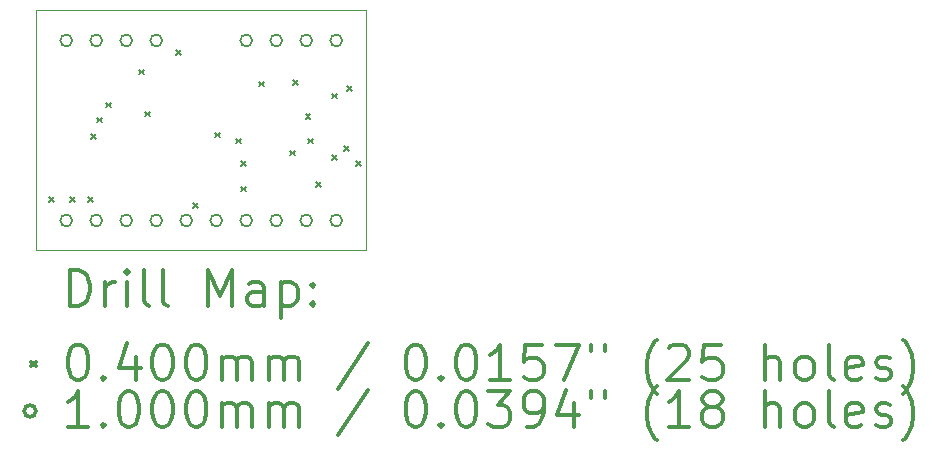
<source format=gbr>
%FSLAX45Y45*%
G04 Gerber Fmt 4.5, Leading zero omitted, Abs format (unit mm)*
G04 Created by KiCad (PCBNEW 5.1.10-88a1d61d58~88~ubuntu20.04.1) date 2021-06-12 08:27:31*
%MOMM*%
%LPD*%
G01*
G04 APERTURE LIST*
%TA.AperFunction,Profile*%
%ADD10C,0.050000*%
%TD*%
%ADD11C,0.200000*%
%ADD12C,0.300000*%
G04 APERTURE END LIST*
D10*
X7112000Y-6350000D02*
X9906000Y-6350000D01*
X7112000Y-4318000D02*
X7112000Y-6350000D01*
X9906000Y-4318000D02*
X7112000Y-4318000D01*
X9906000Y-6350000D02*
X9906000Y-4318000D01*
D11*
X7219000Y-5898200D02*
X7259000Y-5938200D01*
X7259000Y-5898200D02*
X7219000Y-5938200D01*
X7396800Y-5898200D02*
X7436800Y-5938200D01*
X7436800Y-5898200D02*
X7396800Y-5938200D01*
X7549200Y-5898200D02*
X7589200Y-5938200D01*
X7589200Y-5898200D02*
X7549200Y-5938200D01*
X7574600Y-5364800D02*
X7614600Y-5404800D01*
X7614600Y-5364800D02*
X7574600Y-5404800D01*
X7625399Y-5225101D02*
X7665399Y-5265101D01*
X7665399Y-5225101D02*
X7625399Y-5265101D01*
X7701600Y-5098100D02*
X7741600Y-5138100D01*
X7741600Y-5098100D02*
X7701600Y-5138100D01*
X7981000Y-4818700D02*
X8021000Y-4858700D01*
X8021000Y-4818700D02*
X7981000Y-4858700D01*
X8031800Y-5174300D02*
X8071800Y-5214300D01*
X8071800Y-5174300D02*
X8031800Y-5214300D01*
X8298500Y-4653600D02*
X8338500Y-4693600D01*
X8338500Y-4653600D02*
X8298500Y-4693600D01*
X8438200Y-5949000D02*
X8478200Y-5989000D01*
X8478200Y-5949000D02*
X8438200Y-5989000D01*
X8628700Y-5352100D02*
X8668700Y-5392100D01*
X8668700Y-5352100D02*
X8628700Y-5392100D01*
X8806500Y-5402900D02*
X8846500Y-5442900D01*
X8846500Y-5402900D02*
X8806500Y-5442900D01*
X8844600Y-5593400D02*
X8884600Y-5633400D01*
X8884600Y-5593400D02*
X8844600Y-5633400D01*
X8844600Y-5809300D02*
X8884600Y-5849300D01*
X8884600Y-5809300D02*
X8844600Y-5849300D01*
X8997000Y-4920300D02*
X9037000Y-4960300D01*
X9037000Y-4920300D02*
X8997000Y-4960300D01*
X9263700Y-5504500D02*
X9303700Y-5544500D01*
X9303700Y-5504500D02*
X9263700Y-5544500D01*
X9289100Y-4907600D02*
X9329100Y-4947600D01*
X9329100Y-4907600D02*
X9289100Y-4947600D01*
X9393300Y-5197100D02*
X9433300Y-5237100D01*
X9433300Y-5197100D02*
X9393300Y-5237100D01*
X9416100Y-5402900D02*
X9456100Y-5442900D01*
X9456100Y-5402900D02*
X9416100Y-5442900D01*
X9479600Y-5771200D02*
X9519600Y-5811200D01*
X9519600Y-5771200D02*
X9479600Y-5811200D01*
X9619300Y-5021900D02*
X9659300Y-5061900D01*
X9659300Y-5021900D02*
X9619300Y-5061900D01*
X9619300Y-5542600D02*
X9659300Y-5582600D01*
X9659300Y-5542600D02*
X9619300Y-5582600D01*
X9720900Y-5466400D02*
X9760900Y-5506400D01*
X9760900Y-5466400D02*
X9720900Y-5506400D01*
X9746300Y-4958400D02*
X9786300Y-4998400D01*
X9786300Y-4958400D02*
X9746300Y-4998400D01*
X9822500Y-5593400D02*
X9862500Y-5633400D01*
X9862500Y-5593400D02*
X9822500Y-5633400D01*
X7416000Y-4572000D02*
G75*
G03*
X7416000Y-4572000I-50000J0D01*
G01*
X7416000Y-6096000D02*
G75*
G03*
X7416000Y-6096000I-50000J0D01*
G01*
X7670000Y-4572000D02*
G75*
G03*
X7670000Y-4572000I-50000J0D01*
G01*
X7670000Y-6096000D02*
G75*
G03*
X7670000Y-6096000I-50000J0D01*
G01*
X7924000Y-4572000D02*
G75*
G03*
X7924000Y-4572000I-50000J0D01*
G01*
X7924000Y-6096000D02*
G75*
G03*
X7924000Y-6096000I-50000J0D01*
G01*
X8178000Y-4572000D02*
G75*
G03*
X8178000Y-4572000I-50000J0D01*
G01*
X8178000Y-6096000D02*
G75*
G03*
X8178000Y-6096000I-50000J0D01*
G01*
X8432000Y-6096000D02*
G75*
G03*
X8432000Y-6096000I-50000J0D01*
G01*
X8686000Y-6096000D02*
G75*
G03*
X8686000Y-6096000I-50000J0D01*
G01*
X8940000Y-4572000D02*
G75*
G03*
X8940000Y-4572000I-50000J0D01*
G01*
X8940000Y-6096000D02*
G75*
G03*
X8940000Y-6096000I-50000J0D01*
G01*
X9194000Y-4572000D02*
G75*
G03*
X9194000Y-4572000I-50000J0D01*
G01*
X9194000Y-6096000D02*
G75*
G03*
X9194000Y-6096000I-50000J0D01*
G01*
X9448000Y-4572000D02*
G75*
G03*
X9448000Y-4572000I-50000J0D01*
G01*
X9448000Y-6096000D02*
G75*
G03*
X9448000Y-6096000I-50000J0D01*
G01*
X9702000Y-4572000D02*
G75*
G03*
X9702000Y-4572000I-50000J0D01*
G01*
X9702000Y-6096000D02*
G75*
G03*
X9702000Y-6096000I-50000J0D01*
G01*
D12*
X7395928Y-6818214D02*
X7395928Y-6518214D01*
X7467357Y-6518214D01*
X7510214Y-6532500D01*
X7538786Y-6561071D01*
X7553071Y-6589643D01*
X7567357Y-6646786D01*
X7567357Y-6689643D01*
X7553071Y-6746786D01*
X7538786Y-6775357D01*
X7510214Y-6803929D01*
X7467357Y-6818214D01*
X7395928Y-6818214D01*
X7695928Y-6818214D02*
X7695928Y-6618214D01*
X7695928Y-6675357D02*
X7710214Y-6646786D01*
X7724500Y-6632500D01*
X7753071Y-6618214D01*
X7781643Y-6618214D01*
X7881643Y-6818214D02*
X7881643Y-6618214D01*
X7881643Y-6518214D02*
X7867357Y-6532500D01*
X7881643Y-6546786D01*
X7895928Y-6532500D01*
X7881643Y-6518214D01*
X7881643Y-6546786D01*
X8067357Y-6818214D02*
X8038786Y-6803929D01*
X8024500Y-6775357D01*
X8024500Y-6518214D01*
X8224500Y-6818214D02*
X8195928Y-6803929D01*
X8181643Y-6775357D01*
X8181643Y-6518214D01*
X8567357Y-6818214D02*
X8567357Y-6518214D01*
X8667357Y-6732500D01*
X8767357Y-6518214D01*
X8767357Y-6818214D01*
X9038786Y-6818214D02*
X9038786Y-6661071D01*
X9024500Y-6632500D01*
X8995928Y-6618214D01*
X8938786Y-6618214D01*
X8910214Y-6632500D01*
X9038786Y-6803929D02*
X9010214Y-6818214D01*
X8938786Y-6818214D01*
X8910214Y-6803929D01*
X8895928Y-6775357D01*
X8895928Y-6746786D01*
X8910214Y-6718214D01*
X8938786Y-6703929D01*
X9010214Y-6703929D01*
X9038786Y-6689643D01*
X9181643Y-6618214D02*
X9181643Y-6918214D01*
X9181643Y-6632500D02*
X9210214Y-6618214D01*
X9267357Y-6618214D01*
X9295928Y-6632500D01*
X9310214Y-6646786D01*
X9324500Y-6675357D01*
X9324500Y-6761071D01*
X9310214Y-6789643D01*
X9295928Y-6803929D01*
X9267357Y-6818214D01*
X9210214Y-6818214D01*
X9181643Y-6803929D01*
X9453071Y-6789643D02*
X9467357Y-6803929D01*
X9453071Y-6818214D01*
X9438786Y-6803929D01*
X9453071Y-6789643D01*
X9453071Y-6818214D01*
X9453071Y-6632500D02*
X9467357Y-6646786D01*
X9453071Y-6661071D01*
X9438786Y-6646786D01*
X9453071Y-6632500D01*
X9453071Y-6661071D01*
X7069500Y-7292500D02*
X7109500Y-7332500D01*
X7109500Y-7292500D02*
X7069500Y-7332500D01*
X7453071Y-7148214D02*
X7481643Y-7148214D01*
X7510214Y-7162500D01*
X7524500Y-7176786D01*
X7538786Y-7205357D01*
X7553071Y-7262500D01*
X7553071Y-7333929D01*
X7538786Y-7391071D01*
X7524500Y-7419643D01*
X7510214Y-7433929D01*
X7481643Y-7448214D01*
X7453071Y-7448214D01*
X7424500Y-7433929D01*
X7410214Y-7419643D01*
X7395928Y-7391071D01*
X7381643Y-7333929D01*
X7381643Y-7262500D01*
X7395928Y-7205357D01*
X7410214Y-7176786D01*
X7424500Y-7162500D01*
X7453071Y-7148214D01*
X7681643Y-7419643D02*
X7695928Y-7433929D01*
X7681643Y-7448214D01*
X7667357Y-7433929D01*
X7681643Y-7419643D01*
X7681643Y-7448214D01*
X7953071Y-7248214D02*
X7953071Y-7448214D01*
X7881643Y-7133929D02*
X7810214Y-7348214D01*
X7995928Y-7348214D01*
X8167357Y-7148214D02*
X8195928Y-7148214D01*
X8224500Y-7162500D01*
X8238786Y-7176786D01*
X8253071Y-7205357D01*
X8267357Y-7262500D01*
X8267357Y-7333929D01*
X8253071Y-7391071D01*
X8238786Y-7419643D01*
X8224500Y-7433929D01*
X8195928Y-7448214D01*
X8167357Y-7448214D01*
X8138786Y-7433929D01*
X8124500Y-7419643D01*
X8110214Y-7391071D01*
X8095928Y-7333929D01*
X8095928Y-7262500D01*
X8110214Y-7205357D01*
X8124500Y-7176786D01*
X8138786Y-7162500D01*
X8167357Y-7148214D01*
X8453071Y-7148214D02*
X8481643Y-7148214D01*
X8510214Y-7162500D01*
X8524500Y-7176786D01*
X8538786Y-7205357D01*
X8553071Y-7262500D01*
X8553071Y-7333929D01*
X8538786Y-7391071D01*
X8524500Y-7419643D01*
X8510214Y-7433929D01*
X8481643Y-7448214D01*
X8453071Y-7448214D01*
X8424500Y-7433929D01*
X8410214Y-7419643D01*
X8395928Y-7391071D01*
X8381643Y-7333929D01*
X8381643Y-7262500D01*
X8395928Y-7205357D01*
X8410214Y-7176786D01*
X8424500Y-7162500D01*
X8453071Y-7148214D01*
X8681643Y-7448214D02*
X8681643Y-7248214D01*
X8681643Y-7276786D02*
X8695928Y-7262500D01*
X8724500Y-7248214D01*
X8767357Y-7248214D01*
X8795928Y-7262500D01*
X8810214Y-7291071D01*
X8810214Y-7448214D01*
X8810214Y-7291071D02*
X8824500Y-7262500D01*
X8853071Y-7248214D01*
X8895928Y-7248214D01*
X8924500Y-7262500D01*
X8938786Y-7291071D01*
X8938786Y-7448214D01*
X9081643Y-7448214D02*
X9081643Y-7248214D01*
X9081643Y-7276786D02*
X9095928Y-7262500D01*
X9124500Y-7248214D01*
X9167357Y-7248214D01*
X9195928Y-7262500D01*
X9210214Y-7291071D01*
X9210214Y-7448214D01*
X9210214Y-7291071D02*
X9224500Y-7262500D01*
X9253071Y-7248214D01*
X9295928Y-7248214D01*
X9324500Y-7262500D01*
X9338786Y-7291071D01*
X9338786Y-7448214D01*
X9924500Y-7133929D02*
X9667357Y-7519643D01*
X10310214Y-7148214D02*
X10338786Y-7148214D01*
X10367357Y-7162500D01*
X10381643Y-7176786D01*
X10395928Y-7205357D01*
X10410214Y-7262500D01*
X10410214Y-7333929D01*
X10395928Y-7391071D01*
X10381643Y-7419643D01*
X10367357Y-7433929D01*
X10338786Y-7448214D01*
X10310214Y-7448214D01*
X10281643Y-7433929D01*
X10267357Y-7419643D01*
X10253071Y-7391071D01*
X10238786Y-7333929D01*
X10238786Y-7262500D01*
X10253071Y-7205357D01*
X10267357Y-7176786D01*
X10281643Y-7162500D01*
X10310214Y-7148214D01*
X10538786Y-7419643D02*
X10553071Y-7433929D01*
X10538786Y-7448214D01*
X10524500Y-7433929D01*
X10538786Y-7419643D01*
X10538786Y-7448214D01*
X10738786Y-7148214D02*
X10767357Y-7148214D01*
X10795928Y-7162500D01*
X10810214Y-7176786D01*
X10824500Y-7205357D01*
X10838786Y-7262500D01*
X10838786Y-7333929D01*
X10824500Y-7391071D01*
X10810214Y-7419643D01*
X10795928Y-7433929D01*
X10767357Y-7448214D01*
X10738786Y-7448214D01*
X10710214Y-7433929D01*
X10695928Y-7419643D01*
X10681643Y-7391071D01*
X10667357Y-7333929D01*
X10667357Y-7262500D01*
X10681643Y-7205357D01*
X10695928Y-7176786D01*
X10710214Y-7162500D01*
X10738786Y-7148214D01*
X11124500Y-7448214D02*
X10953071Y-7448214D01*
X11038786Y-7448214D02*
X11038786Y-7148214D01*
X11010214Y-7191071D01*
X10981643Y-7219643D01*
X10953071Y-7233929D01*
X11395928Y-7148214D02*
X11253071Y-7148214D01*
X11238786Y-7291071D01*
X11253071Y-7276786D01*
X11281643Y-7262500D01*
X11353071Y-7262500D01*
X11381643Y-7276786D01*
X11395928Y-7291071D01*
X11410214Y-7319643D01*
X11410214Y-7391071D01*
X11395928Y-7419643D01*
X11381643Y-7433929D01*
X11353071Y-7448214D01*
X11281643Y-7448214D01*
X11253071Y-7433929D01*
X11238786Y-7419643D01*
X11510214Y-7148214D02*
X11710214Y-7148214D01*
X11581643Y-7448214D01*
X11810214Y-7148214D02*
X11810214Y-7205357D01*
X11924500Y-7148214D02*
X11924500Y-7205357D01*
X12367357Y-7562500D02*
X12353071Y-7548214D01*
X12324500Y-7505357D01*
X12310214Y-7476786D01*
X12295928Y-7433929D01*
X12281643Y-7362500D01*
X12281643Y-7305357D01*
X12295928Y-7233929D01*
X12310214Y-7191071D01*
X12324500Y-7162500D01*
X12353071Y-7119643D01*
X12367357Y-7105357D01*
X12467357Y-7176786D02*
X12481643Y-7162500D01*
X12510214Y-7148214D01*
X12581643Y-7148214D01*
X12610214Y-7162500D01*
X12624500Y-7176786D01*
X12638786Y-7205357D01*
X12638786Y-7233929D01*
X12624500Y-7276786D01*
X12453071Y-7448214D01*
X12638786Y-7448214D01*
X12910214Y-7148214D02*
X12767357Y-7148214D01*
X12753071Y-7291071D01*
X12767357Y-7276786D01*
X12795928Y-7262500D01*
X12867357Y-7262500D01*
X12895928Y-7276786D01*
X12910214Y-7291071D01*
X12924500Y-7319643D01*
X12924500Y-7391071D01*
X12910214Y-7419643D01*
X12895928Y-7433929D01*
X12867357Y-7448214D01*
X12795928Y-7448214D01*
X12767357Y-7433929D01*
X12753071Y-7419643D01*
X13281643Y-7448214D02*
X13281643Y-7148214D01*
X13410214Y-7448214D02*
X13410214Y-7291071D01*
X13395928Y-7262500D01*
X13367357Y-7248214D01*
X13324500Y-7248214D01*
X13295928Y-7262500D01*
X13281643Y-7276786D01*
X13595928Y-7448214D02*
X13567357Y-7433929D01*
X13553071Y-7419643D01*
X13538786Y-7391071D01*
X13538786Y-7305357D01*
X13553071Y-7276786D01*
X13567357Y-7262500D01*
X13595928Y-7248214D01*
X13638786Y-7248214D01*
X13667357Y-7262500D01*
X13681643Y-7276786D01*
X13695928Y-7305357D01*
X13695928Y-7391071D01*
X13681643Y-7419643D01*
X13667357Y-7433929D01*
X13638786Y-7448214D01*
X13595928Y-7448214D01*
X13867357Y-7448214D02*
X13838786Y-7433929D01*
X13824500Y-7405357D01*
X13824500Y-7148214D01*
X14095928Y-7433929D02*
X14067357Y-7448214D01*
X14010214Y-7448214D01*
X13981643Y-7433929D01*
X13967357Y-7405357D01*
X13967357Y-7291071D01*
X13981643Y-7262500D01*
X14010214Y-7248214D01*
X14067357Y-7248214D01*
X14095928Y-7262500D01*
X14110214Y-7291071D01*
X14110214Y-7319643D01*
X13967357Y-7348214D01*
X14224500Y-7433929D02*
X14253071Y-7448214D01*
X14310214Y-7448214D01*
X14338786Y-7433929D01*
X14353071Y-7405357D01*
X14353071Y-7391071D01*
X14338786Y-7362500D01*
X14310214Y-7348214D01*
X14267357Y-7348214D01*
X14238786Y-7333929D01*
X14224500Y-7305357D01*
X14224500Y-7291071D01*
X14238786Y-7262500D01*
X14267357Y-7248214D01*
X14310214Y-7248214D01*
X14338786Y-7262500D01*
X14453071Y-7562500D02*
X14467357Y-7548214D01*
X14495928Y-7505357D01*
X14510214Y-7476786D01*
X14524500Y-7433929D01*
X14538786Y-7362500D01*
X14538786Y-7305357D01*
X14524500Y-7233929D01*
X14510214Y-7191071D01*
X14495928Y-7162500D01*
X14467357Y-7119643D01*
X14453071Y-7105357D01*
X7109500Y-7708500D02*
G75*
G03*
X7109500Y-7708500I-50000J0D01*
G01*
X7553071Y-7844214D02*
X7381643Y-7844214D01*
X7467357Y-7844214D02*
X7467357Y-7544214D01*
X7438786Y-7587071D01*
X7410214Y-7615643D01*
X7381643Y-7629929D01*
X7681643Y-7815643D02*
X7695928Y-7829929D01*
X7681643Y-7844214D01*
X7667357Y-7829929D01*
X7681643Y-7815643D01*
X7681643Y-7844214D01*
X7881643Y-7544214D02*
X7910214Y-7544214D01*
X7938786Y-7558500D01*
X7953071Y-7572786D01*
X7967357Y-7601357D01*
X7981643Y-7658500D01*
X7981643Y-7729929D01*
X7967357Y-7787071D01*
X7953071Y-7815643D01*
X7938786Y-7829929D01*
X7910214Y-7844214D01*
X7881643Y-7844214D01*
X7853071Y-7829929D01*
X7838786Y-7815643D01*
X7824500Y-7787071D01*
X7810214Y-7729929D01*
X7810214Y-7658500D01*
X7824500Y-7601357D01*
X7838786Y-7572786D01*
X7853071Y-7558500D01*
X7881643Y-7544214D01*
X8167357Y-7544214D02*
X8195928Y-7544214D01*
X8224500Y-7558500D01*
X8238786Y-7572786D01*
X8253071Y-7601357D01*
X8267357Y-7658500D01*
X8267357Y-7729929D01*
X8253071Y-7787071D01*
X8238786Y-7815643D01*
X8224500Y-7829929D01*
X8195928Y-7844214D01*
X8167357Y-7844214D01*
X8138786Y-7829929D01*
X8124500Y-7815643D01*
X8110214Y-7787071D01*
X8095928Y-7729929D01*
X8095928Y-7658500D01*
X8110214Y-7601357D01*
X8124500Y-7572786D01*
X8138786Y-7558500D01*
X8167357Y-7544214D01*
X8453071Y-7544214D02*
X8481643Y-7544214D01*
X8510214Y-7558500D01*
X8524500Y-7572786D01*
X8538786Y-7601357D01*
X8553071Y-7658500D01*
X8553071Y-7729929D01*
X8538786Y-7787071D01*
X8524500Y-7815643D01*
X8510214Y-7829929D01*
X8481643Y-7844214D01*
X8453071Y-7844214D01*
X8424500Y-7829929D01*
X8410214Y-7815643D01*
X8395928Y-7787071D01*
X8381643Y-7729929D01*
X8381643Y-7658500D01*
X8395928Y-7601357D01*
X8410214Y-7572786D01*
X8424500Y-7558500D01*
X8453071Y-7544214D01*
X8681643Y-7844214D02*
X8681643Y-7644214D01*
X8681643Y-7672786D02*
X8695928Y-7658500D01*
X8724500Y-7644214D01*
X8767357Y-7644214D01*
X8795928Y-7658500D01*
X8810214Y-7687071D01*
X8810214Y-7844214D01*
X8810214Y-7687071D02*
X8824500Y-7658500D01*
X8853071Y-7644214D01*
X8895928Y-7644214D01*
X8924500Y-7658500D01*
X8938786Y-7687071D01*
X8938786Y-7844214D01*
X9081643Y-7844214D02*
X9081643Y-7644214D01*
X9081643Y-7672786D02*
X9095928Y-7658500D01*
X9124500Y-7644214D01*
X9167357Y-7644214D01*
X9195928Y-7658500D01*
X9210214Y-7687071D01*
X9210214Y-7844214D01*
X9210214Y-7687071D02*
X9224500Y-7658500D01*
X9253071Y-7644214D01*
X9295928Y-7644214D01*
X9324500Y-7658500D01*
X9338786Y-7687071D01*
X9338786Y-7844214D01*
X9924500Y-7529929D02*
X9667357Y-7915643D01*
X10310214Y-7544214D02*
X10338786Y-7544214D01*
X10367357Y-7558500D01*
X10381643Y-7572786D01*
X10395928Y-7601357D01*
X10410214Y-7658500D01*
X10410214Y-7729929D01*
X10395928Y-7787071D01*
X10381643Y-7815643D01*
X10367357Y-7829929D01*
X10338786Y-7844214D01*
X10310214Y-7844214D01*
X10281643Y-7829929D01*
X10267357Y-7815643D01*
X10253071Y-7787071D01*
X10238786Y-7729929D01*
X10238786Y-7658500D01*
X10253071Y-7601357D01*
X10267357Y-7572786D01*
X10281643Y-7558500D01*
X10310214Y-7544214D01*
X10538786Y-7815643D02*
X10553071Y-7829929D01*
X10538786Y-7844214D01*
X10524500Y-7829929D01*
X10538786Y-7815643D01*
X10538786Y-7844214D01*
X10738786Y-7544214D02*
X10767357Y-7544214D01*
X10795928Y-7558500D01*
X10810214Y-7572786D01*
X10824500Y-7601357D01*
X10838786Y-7658500D01*
X10838786Y-7729929D01*
X10824500Y-7787071D01*
X10810214Y-7815643D01*
X10795928Y-7829929D01*
X10767357Y-7844214D01*
X10738786Y-7844214D01*
X10710214Y-7829929D01*
X10695928Y-7815643D01*
X10681643Y-7787071D01*
X10667357Y-7729929D01*
X10667357Y-7658500D01*
X10681643Y-7601357D01*
X10695928Y-7572786D01*
X10710214Y-7558500D01*
X10738786Y-7544214D01*
X10938786Y-7544214D02*
X11124500Y-7544214D01*
X11024500Y-7658500D01*
X11067357Y-7658500D01*
X11095928Y-7672786D01*
X11110214Y-7687071D01*
X11124500Y-7715643D01*
X11124500Y-7787071D01*
X11110214Y-7815643D01*
X11095928Y-7829929D01*
X11067357Y-7844214D01*
X10981643Y-7844214D01*
X10953071Y-7829929D01*
X10938786Y-7815643D01*
X11267357Y-7844214D02*
X11324500Y-7844214D01*
X11353071Y-7829929D01*
X11367357Y-7815643D01*
X11395928Y-7772786D01*
X11410214Y-7715643D01*
X11410214Y-7601357D01*
X11395928Y-7572786D01*
X11381643Y-7558500D01*
X11353071Y-7544214D01*
X11295928Y-7544214D01*
X11267357Y-7558500D01*
X11253071Y-7572786D01*
X11238786Y-7601357D01*
X11238786Y-7672786D01*
X11253071Y-7701357D01*
X11267357Y-7715643D01*
X11295928Y-7729929D01*
X11353071Y-7729929D01*
X11381643Y-7715643D01*
X11395928Y-7701357D01*
X11410214Y-7672786D01*
X11667357Y-7644214D02*
X11667357Y-7844214D01*
X11595928Y-7529929D02*
X11524500Y-7744214D01*
X11710214Y-7744214D01*
X11810214Y-7544214D02*
X11810214Y-7601357D01*
X11924500Y-7544214D02*
X11924500Y-7601357D01*
X12367357Y-7958500D02*
X12353071Y-7944214D01*
X12324500Y-7901357D01*
X12310214Y-7872786D01*
X12295928Y-7829929D01*
X12281643Y-7758500D01*
X12281643Y-7701357D01*
X12295928Y-7629929D01*
X12310214Y-7587071D01*
X12324500Y-7558500D01*
X12353071Y-7515643D01*
X12367357Y-7501357D01*
X12638786Y-7844214D02*
X12467357Y-7844214D01*
X12553071Y-7844214D02*
X12553071Y-7544214D01*
X12524500Y-7587071D01*
X12495928Y-7615643D01*
X12467357Y-7629929D01*
X12810214Y-7672786D02*
X12781643Y-7658500D01*
X12767357Y-7644214D01*
X12753071Y-7615643D01*
X12753071Y-7601357D01*
X12767357Y-7572786D01*
X12781643Y-7558500D01*
X12810214Y-7544214D01*
X12867357Y-7544214D01*
X12895928Y-7558500D01*
X12910214Y-7572786D01*
X12924500Y-7601357D01*
X12924500Y-7615643D01*
X12910214Y-7644214D01*
X12895928Y-7658500D01*
X12867357Y-7672786D01*
X12810214Y-7672786D01*
X12781643Y-7687071D01*
X12767357Y-7701357D01*
X12753071Y-7729929D01*
X12753071Y-7787071D01*
X12767357Y-7815643D01*
X12781643Y-7829929D01*
X12810214Y-7844214D01*
X12867357Y-7844214D01*
X12895928Y-7829929D01*
X12910214Y-7815643D01*
X12924500Y-7787071D01*
X12924500Y-7729929D01*
X12910214Y-7701357D01*
X12895928Y-7687071D01*
X12867357Y-7672786D01*
X13281643Y-7844214D02*
X13281643Y-7544214D01*
X13410214Y-7844214D02*
X13410214Y-7687071D01*
X13395928Y-7658500D01*
X13367357Y-7644214D01*
X13324500Y-7644214D01*
X13295928Y-7658500D01*
X13281643Y-7672786D01*
X13595928Y-7844214D02*
X13567357Y-7829929D01*
X13553071Y-7815643D01*
X13538786Y-7787071D01*
X13538786Y-7701357D01*
X13553071Y-7672786D01*
X13567357Y-7658500D01*
X13595928Y-7644214D01*
X13638786Y-7644214D01*
X13667357Y-7658500D01*
X13681643Y-7672786D01*
X13695928Y-7701357D01*
X13695928Y-7787071D01*
X13681643Y-7815643D01*
X13667357Y-7829929D01*
X13638786Y-7844214D01*
X13595928Y-7844214D01*
X13867357Y-7844214D02*
X13838786Y-7829929D01*
X13824500Y-7801357D01*
X13824500Y-7544214D01*
X14095928Y-7829929D02*
X14067357Y-7844214D01*
X14010214Y-7844214D01*
X13981643Y-7829929D01*
X13967357Y-7801357D01*
X13967357Y-7687071D01*
X13981643Y-7658500D01*
X14010214Y-7644214D01*
X14067357Y-7644214D01*
X14095928Y-7658500D01*
X14110214Y-7687071D01*
X14110214Y-7715643D01*
X13967357Y-7744214D01*
X14224500Y-7829929D02*
X14253071Y-7844214D01*
X14310214Y-7844214D01*
X14338786Y-7829929D01*
X14353071Y-7801357D01*
X14353071Y-7787071D01*
X14338786Y-7758500D01*
X14310214Y-7744214D01*
X14267357Y-7744214D01*
X14238786Y-7729929D01*
X14224500Y-7701357D01*
X14224500Y-7687071D01*
X14238786Y-7658500D01*
X14267357Y-7644214D01*
X14310214Y-7644214D01*
X14338786Y-7658500D01*
X14453071Y-7958500D02*
X14467357Y-7944214D01*
X14495928Y-7901357D01*
X14510214Y-7872786D01*
X14524500Y-7829929D01*
X14538786Y-7758500D01*
X14538786Y-7701357D01*
X14524500Y-7629929D01*
X14510214Y-7587071D01*
X14495928Y-7558500D01*
X14467357Y-7515643D01*
X14453071Y-7501357D01*
M02*

</source>
